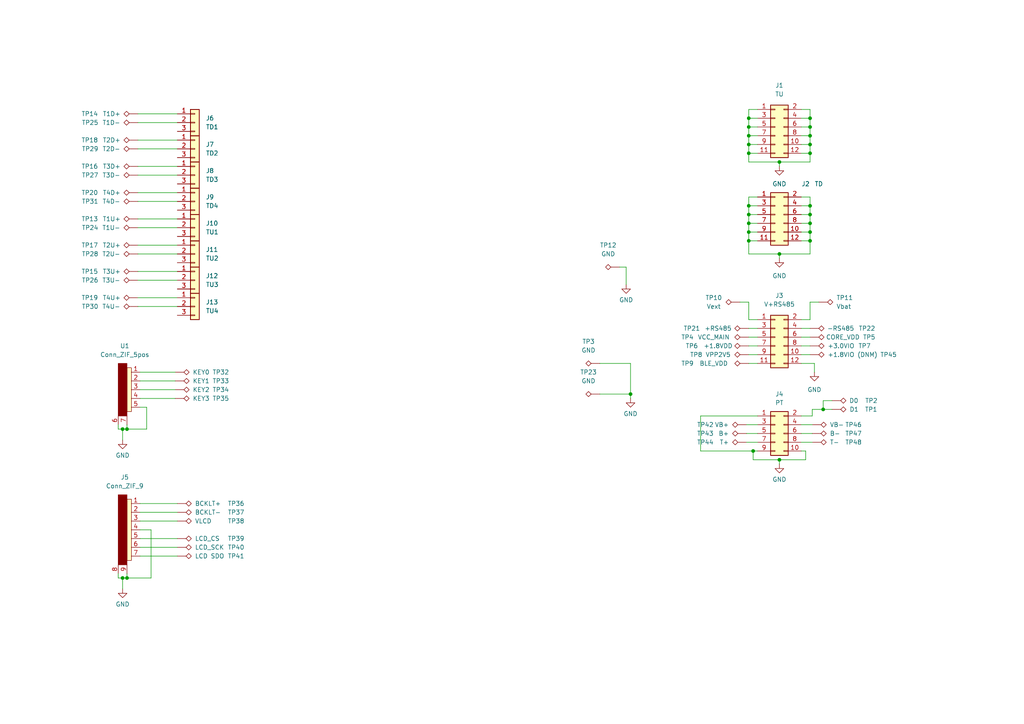
<source format=kicad_sch>
(kicad_sch (version 20211123) (generator eeschema)
  (paper "A4")
  (lib_symbols
    (symbol "Connector:TestPoint_Alt" (pin_numbers hide) (pin_names (offset 0.762) hide)
      (property "Reference" "TP" (at 0 6.858 0))
      (property "Value" "TestPoint_Alt" (at 0 5.08 0))
      (symbol "TestPoint_Alt_0_1"
        (polyline (pts (xy 0 2.54) (xy -0.762 3.302) (xy 0 4.064) (xy 0.762 3.302) (xy 0 2.54)))
      )
      (symbol "TestPoint_Alt_1_1"
        (pin passive line (at 0 0 90) (length 2.54) (name "1") (number "1"))
      )
    )
    (symbol "Connector_Generic:Conn_01x03" (pin_names (offset 1.016) hide)
      (property "Reference" "J" (at 0 5.08 0))
      (property "Value" "Conn_01x03" (at 0 -5.08 0))
      (symbol "Conn_01x03_1_1"
        (rectangle (start -1.27 -2.413) (end 0 -2.667) (stroke (width 0.1524)))
        (rectangle (start -1.27 0.127) (end 0 -0.127) (stroke (width 0.1524)))
        (rectangle (start -1.27 2.667) (end 0 2.413) (stroke (width 0.1524)))
        (rectangle (start -1.27 3.81) (end 1.27 -3.81) (stroke (width 0.254)) (fill (type background)))
        (pin passive line (at -5.08 2.54 0) (length 3.81) (name "Pin_1") (number "1"))
        (pin passive line (at -5.08 0 0) (length 3.81) (name "Pin_2") (number "2"))
        (pin passive line (at -5.08 -2.54 0) (length 3.81) (name "Pin_3") (number "3"))
      )
    )
    (symbol "Connector_Generic:Conn_02x05_Odd_Even" (pin_names (offset 1.016) hide)
      (property "Reference" "J" (at 1.27 7.62 0))
      (property "Value" "Conn_02x05_Odd_Even" (at 1.27 -7.62 0))
      (symbol "Conn_02x05_Odd_Even_1_1"
        (rectangle (start -1.27 -4.953) (end 0 -5.207) (stroke (width 0.1524)))
        (rectangle (start -1.27 -2.413) (end 0 -2.667) (stroke (width 0.1524)))
        (rectangle (start -1.27 0.127) (end 0 -0.127) (stroke (width 0.1524)))
        (rectangle (start -1.27 2.667) (end 0 2.413) (stroke (width 0.1524)))
        (rectangle (start -1.27 5.207) (end 0 4.953) (stroke (width 0.1524)))
        (rectangle (start -1.27 6.35) (end 3.81 -6.35) (stroke (width 0.254)) (fill (type background)))
        (rectangle (start 3.81 -4.953) (end 2.54 -5.207) (stroke (width 0.1524)))
        (rectangle (start 3.81 -2.413) (end 2.54 -2.667) (stroke (width 0.1524)))
        (rectangle (start 3.81 0.127) (end 2.54 -0.127) (stroke (width 0.1524)))
        (rectangle (start 3.81 2.667) (end 2.54 2.413) (stroke (width 0.1524)))
        (rectangle (start 3.81 5.207) (end 2.54 4.953) (stroke (width 0.1524)))
        (pin passive line (at -5.08 5.08 0) (length 3.81) (name "Pin_1") (number "1"))
        (pin passive line (at 7.62 -5.08 180) (length 3.81) (name "Pin_10") (number "10"))
        (pin passive line (at 7.62 5.08 180) (length 3.81) (name "Pin_2") (number "2"))
        (pin passive line (at -5.08 2.54 0) (length 3.81) (name "Pin_3") (number "3"))
        (pin passive line (at 7.62 2.54 180) (length 3.81) (name "Pin_4") (number "4"))
        (pin passive line (at -5.08 0 0) (length 3.81) (name "Pin_5") (number "5"))
        (pin passive line (at 7.62 0 180) (length 3.81) (name "Pin_6") (number "6"))
        (pin passive line (at -5.08 -2.54 0) (length 3.81) (name "Pin_7") (number "7"))
        (pin passive line (at 7.62 -2.54 180) (length 3.81) (name "Pin_8") (number "8"))
        (pin passive line (at -5.08 -5.08 0) (length 3.81) (name "Pin_9") (number "9"))
      )
    )
    (symbol "Connector_Generic:Conn_02x06_Odd_Even" (pin_names (offset 1.016) hide)
      (property "Reference" "J" (at 1.27 7.62 0))
      (property "Value" "Conn_02x06_Odd_Even" (at 1.27 -10.16 0))
      (symbol "Conn_02x06_Odd_Even_1_1"
        (rectangle (start -1.27 -7.493) (end 0 -7.747) (stroke (width 0.1524)))
        (rectangle (start -1.27 -4.953) (end 0 -5.207) (stroke (width 0.1524)))
        (rectangle (start -1.27 -2.413) (end 0 -2.667) (stroke (width 0.1524)))
        (rectangle (start -1.27 0.127) (end 0 -0.127) (stroke (width 0.1524)))
        (rectangle (start -1.27 2.667) (end 0 2.413) (stroke (width 0.1524)))
        (rectangle (start -1.27 5.207) (end 0 4.953) (stroke (width 0.1524)))
        (rectangle (start -1.27 6.35) (end 3.81 -8.89) (stroke (width 0.254)) (fill (type background)))
        (rectangle (start 3.81 -7.493) (end 2.54 -7.747) (stroke (width 0.1524)))
        (rectangle (start 3.81 -4.953) (end 2.54 -5.207) (stroke (width 0.1524)))
        (rectangle (start 3.81 -2.413) (end 2.54 -2.667) (stroke (width 0.1524)))
        (rectangle (start 3.81 0.127) (end 2.54 -0.127) (stroke (width 0.1524)))
        (rectangle (start 3.81 2.667) (end 2.54 2.413) (stroke (width 0.1524)))
        (rectangle (start 3.81 5.207) (end 2.54 4.953) (stroke (width 0.1524)))
        (pin passive line (at -5.08 5.08 0) (length 3.81) (name "Pin_1") (number "1"))
        (pin passive line (at 7.62 -5.08 180) (length 3.81) (name "Pin_10") (number "10"))
        (pin passive line (at -5.08 -7.62 0) (length 3.81) (name "Pin_11") (number "11"))
        (pin passive line (at 7.62 -7.62 180) (length 3.81) (name "Pin_12") (number "12"))
        (pin passive line (at 7.62 5.08 180) (length 3.81) (name "Pin_2") (number "2"))
        (pin passive line (at -5.08 2.54 0) (length 3.81) (name "Pin_3") (number "3"))
        (pin passive line (at 7.62 2.54 180) (length 3.81) (name "Pin_4") (number "4"))
        (pin passive line (at -5.08 0 0) (length 3.81) (name "Pin_5") (number "5"))
        (pin passive line (at 7.62 0 180) (length 3.81) (name "Pin_6") (number "6"))
        (pin passive line (at -5.08 -2.54 0) (length 3.81) (name "Pin_7") (number "7"))
        (pin passive line (at 7.62 -2.54 180) (length 3.81) (name "Pin_8") (number "8"))
        (pin passive line (at -5.08 -5.08 0) (length 3.81) (name "Pin_9") (number "9"))
      )
    )
    (symbol "MySymbols:Conn_ZIF_5pos"
      (property "Reference" "U" (at 3.81 -11.43 0))
      (property "Value" "Conn_ZIF_5pos" (at 10.16 -8.89 0))
      (symbol "Conn_ZIF_5pos_0_1"
        (rectangle (start -2.54 7.62) (end 0 -7.62) (fill (type outline)))
        (rectangle (start 0 6.35) (end 1.27 -6.35) (fill (type background)))
      )
      (symbol "Conn_ZIF_5pos_1_1"
        (pin input line (at 3.81 5.08 180) (length 2.54) (name "") (number "1"))
        (pin input line (at 3.81 2.54 180) (length 2.54) (name "") (number "2"))
        (pin input line (at 3.81 0 180) (length 2.54) (name "") (number "3"))
        (pin input line (at 3.81 -2.54 180) (length 2.54) (name "") (number "4"))
        (pin input line (at 3.81 -5.08 180) (length 2.54) (name "") (number "5"))
        (pin passive line (at -2.54 -10.16 90) (length 2.54) (name "") (number "6"))
        (pin passive line (at 0 -10.16 90) (length 2.54) (name "") (number "7"))
      )
    )
    (symbol "MySymbols:Conn_ZIF_9"
      (property "Reference" "J" (at 5.08 -13.97 0))
      (property "Value" "Conn_ZIF_9" (at 8.89 -17.78 0))
      (symbol "Conn_ZIF_9_0_1"
        (rectangle (start -1.27 10.16) (end 1.27 -10.16) (fill (type outline)))
        (rectangle (start 1.27 8.89) (end 2.54 -8.89) (fill (type background)))
      )
      (symbol "Conn_ZIF_9_1_1"
        (pin input line (at 5.08 7.62 180) (length 2.54) (name "") (number "1"))
        (pin input line (at 5.08 5.08 180) (length 2.54) (name "") (number "2"))
        (pin input line (at 5.08 2.54 180) (length 2.54) (name "") (number "3"))
        (pin input line (at 5.08 0 180) (length 2.54) (name "") (number "4"))
        (pin input line (at 5.08 -2.54 180) (length 2.54) (name "") (number "5"))
        (pin input line (at 5.08 -5.08 180) (length 2.54) (name "") (number "6"))
        (pin input line (at 5.08 -7.62 180) (length 2.54) (name "") (number "7"))
        (pin passive line (at -1.27 -12.7 90) (length 2.54) (name "") (number "8"))
        (pin passive line (at 1.27 -12.7 90) (length 2.54) (name "") (number "9"))
      )
    )
    (symbol "power:GND" (power) (pin_names (offset 0))
      (property "Value" "GND" (at 0 -3.81 0))
      (symbol "GND_0_1"
        (polyline (pts (xy 0 0) (xy 0 -1.27) (xy 1.27 -1.27) (xy 0 -2.54) (xy -1.27 -1.27) (xy 0 -1.27)))
      )
      (symbol "GND_1_1"
        (pin power_in line (at 0 0 270) (length 0) hide (name "GND") (number "1"))
      )
    )
  )
  (junction (at 234.95 64.77))
  (junction (at 234.95 44.45))
  (junction (at 234.95 67.31))
  (junction (at 217.17 69.85))
  (junction (at 226.06 133.35))
  (junction (at 217.17 62.23))
  (junction (at 226.06 73.66))
  (junction (at 35.56 124.46))
  (junction (at 217.17 44.45))
  (junction (at 36.83 167.64))
  (junction (at 36.83 124.46))
  (junction (at 218.44 130.81))
  (junction (at 234.95 62.23))
  (junction (at 182.88 114.3))
  (junction (at 238.76 118.745))
  (junction (at 217.17 59.69))
  (junction (at 35.56 167.64))
  (junction (at 217.17 36.83))
  (junction (at 217.17 34.29))
  (junction (at 234.95 59.69))
  (junction (at 217.17 39.37))
  (junction (at 217.17 41.91))
  (junction (at 234.95 41.91))
  (junction (at 234.95 69.85))
  (junction (at 217.17 67.31))
  (junction (at 226.06 46.99))
  (junction (at 234.95 39.37))
  (junction (at 217.17 64.77))
  (junction (at 234.95 36.83))
  (junction (at 234.95 34.29))
  (wire (pts (xy 226.06 73.66) (xy 234.95 73.66)))
  (wire (pts (xy 36.83 166.37) (xy 36.83 167.64)))
  (wire (pts (xy 219.71 59.69) (xy 217.17 59.69)))
  (wire (pts (xy 226.06 46.99) (xy 226.06 48.26)))
  (wire (pts (xy 219.71 44.45) (xy 217.17 44.45)))
  (wire (pts (xy 203.2 120.65) (xy 219.71 120.65)))
  (wire (pts (xy 217.17 62.23) (xy 217.17 64.77)))
  (wire (pts (xy 40.64 107.95) (xy 50.8 107.95)))
  (wire (pts (xy 234.95 87.63) (xy 237.49 87.63)))
  (wire (pts (xy 34.29 123.19) (xy 34.29 124.46)))
  (wire (pts (xy 179.705 77.47) (xy 181.61 77.47)))
  (wire (pts (xy 219.71 130.81) (xy 218.44 130.81)))
  (wire (pts (xy 234.95 44.45) (xy 232.41 44.45)))
  (wire (pts (xy 234.95 31.75) (xy 234.95 34.29)))
  (wire (pts (xy 217.17 36.83) (xy 217.17 39.37)))
  (wire (pts (xy 219.71 36.83) (xy 217.17 36.83)))
  (wire (pts (xy 43.815 167.64) (xy 36.83 167.64)))
  (wire (pts (xy 232.41 130.81) (xy 233.68 130.81)))
  (wire (pts (xy 173.99 105.41) (xy 182.88 105.41)))
  (wire (pts (xy 232.41 64.77) (xy 234.95 64.77)))
  (wire (pts (xy 40.005 50.8) (xy 51.435 50.8)))
  (wire (pts (xy 40.64 110.49) (xy 50.8 110.49)))
  (wire (pts (xy 42.545 124.46) (xy 36.83 124.46)))
  (wire (pts (xy 234.95 57.15) (xy 234.95 59.69)))
  (wire (pts (xy 232.41 62.23) (xy 234.95 62.23)))
  (wire (pts (xy 232.41 92.71) (xy 234.95 92.71)))
  (wire (pts (xy 236.22 105.41) (xy 232.41 105.41)))
  (wire (pts (xy 217.17 64.77) (xy 217.17 67.31)))
  (wire (pts (xy 40.64 115.57) (xy 50.8 115.57)))
  (wire (pts (xy 234.95 69.85) (xy 232.41 69.85)))
  (wire (pts (xy 217.17 92.71) (xy 219.71 92.71)))
  (wire (pts (xy 218.44 130.81) (xy 203.2 130.81)))
  (wire (pts (xy 40.005 63.5) (xy 51.435 63.5)))
  (wire (pts (xy 43.815 153.67) (xy 43.815 167.64)))
  (wire (pts (xy 42.545 118.11) (xy 42.545 124.46)))
  (wire (pts (xy 232.41 57.15) (xy 234.95 57.15)))
  (wire (pts (xy 234.95 64.77) (xy 234.95 67.31)))
  (wire (pts (xy 219.71 39.37) (xy 217.17 39.37)))
  (wire (pts (xy 217.17 97.79) (xy 219.71 97.79)))
  (wire (pts (xy 234.95 92.71) (xy 234.95 87.63)))
  (wire (pts (xy 234.95 39.37) (xy 234.95 41.91)))
  (wire (pts (xy 232.41 128.27) (xy 235.585 128.27)))
  (wire (pts (xy 35.56 170.815) (xy 35.56 167.64)))
  (wire (pts (xy 217.17 100.33) (xy 219.71 100.33)))
  (wire (pts (xy 34.29 167.64) (xy 35.56 167.64)))
  (wire (pts (xy 218.44 130.81) (xy 218.44 133.35)))
  (wire (pts (xy 203.2 130.81) (xy 203.2 120.65)))
  (wire (pts (xy 40.64 156.21) (xy 51.435 156.21)))
  (wire (pts (xy 241.3 116.205) (xy 238.76 116.205)))
  (wire (pts (xy 234.95 67.31) (xy 234.95 69.85)))
  (wire (pts (xy 217.17 102.87) (xy 219.71 102.87)))
  (wire (pts (xy 232.41 102.87) (xy 234.95 102.87)))
  (wire (pts (xy 216.535 125.73) (xy 219.71 125.73)))
  (wire (pts (xy 217.17 105.41) (xy 219.71 105.41)))
  (wire (pts (xy 40.64 148.59) (xy 51.435 148.59)))
  (wire (pts (xy 35.56 127.635) (xy 35.56 124.46)))
  (wire (pts (xy 217.17 87.63) (xy 217.17 92.71)))
  (wire (pts (xy 232.41 31.75) (xy 234.95 31.75)))
  (wire (pts (xy 40.64 153.67) (xy 43.815 153.67)))
  (wire (pts (xy 217.17 73.66) (xy 226.06 73.66)))
  (wire (pts (xy 40.005 40.64) (xy 51.435 40.64)))
  (wire (pts (xy 232.41 125.73) (xy 235.585 125.73)))
  (wire (pts (xy 182.88 114.3) (xy 182.88 115.57)))
  (wire (pts (xy 226.06 73.66) (xy 226.06 74.93)))
  (wire (pts (xy 40.64 113.03) (xy 50.8 113.03)))
  (wire (pts (xy 40.005 43.18) (xy 51.435 43.18)))
  (wire (pts (xy 34.29 124.46) (xy 35.56 124.46)))
  (wire (pts (xy 40.64 118.11) (xy 42.545 118.11)))
  (wire (pts (xy 173.99 114.3) (xy 182.88 114.3)))
  (wire (pts (xy 217.17 59.69) (xy 217.17 62.23)))
  (wire (pts (xy 235.585 120.65) (xy 235.585 118.745)))
  (wire (pts (xy 40.64 158.75) (xy 51.435 158.75)))
  (wire (pts (xy 234.95 46.99) (xy 234.95 44.45)))
  (wire (pts (xy 217.17 41.91) (xy 217.17 44.45)))
  (wire (pts (xy 232.41 41.91) (xy 234.95 41.91)))
  (wire (pts (xy 34.29 166.37) (xy 34.29 167.64)))
  (wire (pts (xy 234.95 41.91) (xy 234.95 44.45)))
  (wire (pts (xy 235.585 118.745) (xy 238.76 118.745)))
  (wire (pts (xy 217.17 69.85) (xy 217.17 73.66)))
  (wire (pts (xy 217.17 31.75) (xy 219.71 31.75)))
  (wire (pts (xy 226.06 46.99) (xy 234.95 46.99)))
  (wire (pts (xy 232.41 36.83) (xy 234.95 36.83)))
  (wire (pts (xy 234.95 36.83) (xy 234.95 39.37)))
  (wire (pts (xy 232.41 123.19) (xy 235.585 123.19)))
  (wire (pts (xy 40.64 161.29) (xy 51.435 161.29)))
  (wire (pts (xy 40.005 35.56) (xy 51.435 35.56)))
  (wire (pts (xy 217.17 95.25) (xy 219.71 95.25)))
  (wire (pts (xy 232.41 100.33) (xy 234.95 100.33)))
  (wire (pts (xy 232.41 39.37) (xy 234.95 39.37)))
  (wire (pts (xy 35.56 124.46) (xy 36.83 124.46)))
  (wire (pts (xy 217.17 67.31) (xy 217.17 69.85)))
  (wire (pts (xy 218.44 133.35) (xy 226.06 133.35)))
  (wire (pts (xy 36.83 123.19) (xy 36.83 124.46)))
  (wire (pts (xy 40.005 78.74) (xy 51.435 78.74)))
  (wire (pts (xy 234.95 34.29) (xy 234.95 36.83)))
  (wire (pts (xy 232.41 67.31) (xy 234.95 67.31)))
  (wire (pts (xy 238.76 118.745) (xy 241.3 118.745)))
  (wire (pts (xy 232.41 95.25) (xy 234.95 95.25)))
  (wire (pts (xy 217.17 31.75) (xy 217.17 34.29)))
  (wire (pts (xy 40.005 55.88) (xy 51.435 55.88)))
  (wire (pts (xy 219.71 64.77) (xy 217.17 64.77)))
  (wire (pts (xy 226.06 133.35) (xy 226.06 134.62)))
  (wire (pts (xy 219.71 67.31) (xy 217.17 67.31)))
  (wire (pts (xy 217.17 44.45) (xy 217.17 46.99)))
  (wire (pts (xy 40.005 86.36) (xy 51.435 86.36)))
  (wire (pts (xy 40.005 58.42) (xy 51.435 58.42)))
  (wire (pts (xy 234.95 62.23) (xy 234.95 64.77)))
  (wire (pts (xy 232.41 97.79) (xy 234.95 97.79)))
  (wire (pts (xy 236.22 107.95) (xy 236.22 105.41)))
  (wire (pts (xy 216.535 123.19) (xy 219.71 123.19)))
  (wire (pts (xy 233.68 133.35) (xy 233.68 130.81)))
  (wire (pts (xy 40.64 146.05) (xy 51.435 146.05)))
  (wire (pts (xy 232.41 120.65) (xy 235.585 120.65)))
  (wire (pts (xy 217.17 46.99) (xy 226.06 46.99)))
  (wire (pts (xy 40.005 73.66) (xy 51.435 73.66)))
  (wire (pts (xy 40.005 66.04) (xy 51.435 66.04)))
  (wire (pts (xy 219.71 41.91) (xy 217.17 41.91)))
  (wire (pts (xy 40.005 81.28) (xy 51.435 81.28)))
  (wire (pts (xy 219.71 69.85) (xy 217.17 69.85)))
  (wire (pts (xy 35.56 167.64) (xy 36.83 167.64)))
  (wire (pts (xy 181.61 77.47) (xy 181.61 82.55)))
  (wire (pts (xy 217.17 39.37) (xy 217.17 41.91)))
  (wire (pts (xy 234.95 59.69) (xy 234.95 62.23)))
  (wire (pts (xy 214.63 87.63) (xy 217.17 87.63)))
  (wire (pts (xy 40.005 48.26) (xy 51.435 48.26)))
  (wire (pts (xy 219.71 62.23) (xy 217.17 62.23)))
  (wire (pts (xy 40.005 33.02) (xy 51.435 33.02)))
  (wire (pts (xy 219.71 34.29) (xy 217.17 34.29)))
  (wire (pts (xy 232.41 34.29) (xy 234.95 34.29)))
  (wire (pts (xy 217.17 57.15) (xy 219.71 57.15)))
  (wire (pts (xy 232.41 59.69) (xy 234.95 59.69)))
  (wire (pts (xy 40.005 88.9) (xy 51.435 88.9)))
  (wire (pts (xy 216.535 128.27) (xy 219.71 128.27)))
  (wire (pts (xy 234.95 73.66) (xy 234.95 69.85)))
  (wire (pts (xy 226.06 133.35) (xy 233.68 133.35)))
  (wire (pts (xy 182.88 105.41) (xy 182.88 114.3)))
  (wire (pts (xy 217.17 57.15) (xy 217.17 59.69)))
  (wire (pts (xy 40.64 151.13) (xy 51.435 151.13)))
  (wire (pts (xy 217.17 34.29) (xy 217.17 36.83)))
  (wire (pts (xy 238.76 116.205) (xy 238.76 118.745)))
  (wire (pts (xy 40.005 71.12) (xy 51.435 71.12)))
  (symbol (lib_id "Connector:TestPoint_Alt") (at 217.17 95.25 90) (unit 1)
    (property "Reference" "TP21" (at 200.66 95.25 90))
    (property "Value" "+RS485" (at 208.28 95.25 90))
    (property "Footprint" "MyFootprints:KS-075-47-G-10_KS-07547G10" (effects hide))
  )
  (symbol (lib_id "Connector_Generic:Conn_02x06_Odd_Even") (at 224.79 97.79 0) (unit 1)
    (property "Reference" "J3" (at 226.06 85.725 0))
    (property "Value" "V+RS485" (at 226.06 88.265 0))
    (property "Footprint" "Connector_PinHeader_2.54mm:PinHeader_2x06_P2.54mm_Vertical" (effects hide))
  )
  (symbol (lib_id "Connector:TestPoint_Alt") (at 216.535 123.19 90) (unit 1)
    (property "Reference" "TP42" (at 207.01 123.19 90) (effects (justify left)))
    (property "Value" "VB+" (at 211.455 123.19 90) (effects (justify left)))
    (property "Footprint" "MyFootprints:KS-075-47-G-10_KS-07547G10" (effects hide))
  )
  (symbol (lib_id "power:GND") (at 236.22 107.95 0) (unit 1)
    (property "Reference" "#PWR0105" (effects hide))
    (property "Value" "GND" (at 236.22 113.03 0))
  )
  (symbol (lib_id "Connector_Generic:Conn_01x03") (at 56.515 88.9 0) (unit 1)
    (property "Reference" "J13" (at 59.69 87.6299 0) (effects (justify left)))
    (property "Value" "TU4" (at 59.69 90.1699 0) (effects (justify left)))
    (property "Footprint" "MyFootprints:Molex_55487-0319_LPMTRANS" (effects hide))
  )
  (symbol (lib_id "Connector:TestPoint_Alt") (at 40.005 66.04 90) (mirror x) (unit 1)
    (property "Reference" "TP24" (at 28.575 66.04 90) (effects (justify left)))
    (property "Value" "T1U-" (at 34.925 66.04 90) (effects (justify left)))
    (property "Footprint" "MyFootprints:KS-075-47-G-10_KS-07547G10" (effects hide))
  )
  (symbol (lib_id "Connector:TestPoint_Alt") (at 217.17 102.87 90) (unit 1)
    (property "Reference" "TP8" (at 201.93 102.87 90))
    (property "Value" "VPP2V5" (at 208.28 102.87 90))
    (property "Footprint" "MyFootprints:KS-075-47-G-10_KS-07547G10" (effects hide))
  )
  (symbol (lib_id "Connector:TestPoint_Alt") (at 241.3 118.745 270) (unit 1)
    (property "Reference" "TP1" (at 250.825 118.745 90) (effects (justify left)))
    (property "Value" "D1" (at 246.38 118.745 90) (effects (justify left)))
    (property "Footprint" "MyFootprints:KS-075-47-G-10_KS-07547G10" (effects hide))
  )
  (symbol (lib_id "MySymbols:Conn_ZIF_5pos") (at 36.83 113.03 0) (unit 1)
    (property "Reference" "U1" (at 36.195 100.33 0))
    (property "Value" "Conn_ZIF_5pos" (at 36.195 102.87 0))
    (property "Footprint" "MyFootprints:Conn_ZIF_5pos" (effects hide))
  )
  (symbol (lib_id "Connector:TestPoint_Alt") (at 51.435 146.05 270) (unit 1)
    (property "Reference" "TP36" (at 66.04 146.05 90) (effects (justify left)))
    (property "Value" "BCKLT+" (at 56.515 146.05 90) (effects (justify left)))
    (property "Footprint" "MyFootprints:KS-075-47-G-10_KS-07547G10" (effects hide))
  )
  (symbol (lib_id "power:GND") (at 181.61 82.55 0) (unit 1)
    (property "Reference" "#PWR0102" (effects hide))
    (property "Value" "GND" (at 181.61 86.995 0))
  )
  (symbol (lib_id "Connector:TestPoint_Alt") (at 173.99 105.41 90) (unit 1)
    (property "Reference" "TP3" (at 170.688 99.06 90))
    (property "Value" "GND" (at 170.688 101.6 90))
    (property "Footprint" "MyFootprints:KS-075-47-G-10_KS-07547G10" (effects hide))
  )
  (symbol (lib_id "Connector_Generic:Conn_01x03") (at 56.515 66.04 0) (unit 1)
    (property "Reference" "J10" (at 59.69 64.7699 0) (effects (justify left)))
    (property "Value" "TU1" (at 59.69 67.3099 0) (effects (justify left)))
    (property "Footprint" "MyFootprints:Molex_55487-0319_LPMTRANS" (effects hide))
  )
  (symbol (lib_id "Connector_Generic:Conn_02x06_Odd_Even") (at 224.79 36.83 0) (unit 1)
    (property "Reference" "J1" (at 226.06 24.765 0))
    (property "Value" "TU" (at 226.06 27.305 0))
    (property "Footprint" "Connector_PinHeader_2.54mm:PinHeader_2x06_P2.54mm_Vertical" (effects hide))
  )
  (symbol (lib_id "power:GND") (at 226.06 48.26 0) (unit 1)
    (property "Reference" "#PWR0101" (effects hide))
    (property "Value" "GND" (at 226.06 53.34 0))
  )
  (symbol (lib_id "Connector:TestPoint_Alt") (at 40.005 40.64 90) (unit 1)
    (property "Reference" "TP18" (at 26.035 40.64 90))
    (property "Value" "T2D+" (at 32.385 40.64 90))
    (property "Footprint" "MyFootprints:KS-075-47-G-10_KS-07547G10" (effects hide))
  )
  (symbol (lib_id "Connector:TestPoint_Alt") (at 51.435 158.75 270) (unit 1)
    (property "Reference" "TP40" (at 66.04 158.75 90) (effects (justify left)))
    (property "Value" "LCD_SCK" (at 56.515 158.75 90) (effects (justify left)))
    (property "Footprint" "MyFootprints:KS-075-47-G-10_KS-07547G10" (effects hide))
  )
  (symbol (lib_id "Connector:TestPoint_Alt") (at 40.005 55.88 90) (unit 1)
    (property "Reference" "TP20" (at 26.035 55.88 90))
    (property "Value" "T4D+" (at 32.385 55.88 90))
    (property "Footprint" "MyFootprints:KS-075-47-G-10_KS-07547G10" (effects hide))
  )
  (symbol (lib_id "Connector:TestPoint_Alt") (at 241.3 116.205 270) (unit 1)
    (property "Reference" "TP2" (at 252.73 116.205 90))
    (property "Value" "D0" (at 247.65 116.205 90))
    (property "Footprint" "MyFootprints:KS-075-47-G-10_KS-07547G10" (effects hide))
  )
  (symbol (lib_id "Connector:TestPoint_Alt") (at 235.585 125.73 270) (unit 1)
    (property "Reference" "TP47" (at 245.11 125.73 90) (effects (justify left)))
    (property "Value" "B-" (at 240.665 125.73 90) (effects (justify left)))
    (property "Footprint" "MyFootprints:KS-075-47-G-10_KS-07547G10" (effects hide))
  )
  (symbol (lib_id "Connector:TestPoint_Alt") (at 40.005 73.66 90) (mirror x) (unit 1)
    (property "Reference" "TP28" (at 28.575 73.66 90) (effects (justify left)))
    (property "Value" "T2U-" (at 34.925 73.66 90) (effects (justify left)))
    (property "Footprint" "MyFootprints:KS-075-47-G-10_KS-07547G10" (effects hide))
  )
  (symbol (lib_id "Connector:TestPoint_Alt") (at 50.8 110.49 270) (unit 1)
    (property "Reference" "TP33" (at 61.595 110.49 90) (effects (justify left)))
    (property "Value" "KEY1" (at 55.88 110.49 90) (effects (justify left)))
    (property "Footprint" "MyFootprints:KS-075-47-G-10_KS-07547G10" (effects hide))
  )
  (symbol (lib_id "Connector_Generic:Conn_02x06_Odd_Even") (at 224.79 62.23 0) (unit 1)
    (property "Reference" "J2" (at 233.68 53.34 0))
    (property "Value" "TD" (at 237.49 53.34 0))
    (property "Footprint" "Connector_PinHeader_2.54mm:PinHeader_2x06_P2.54mm_Vertical" (effects hide))
  )
  (symbol (lib_id "Connector:TestPoint_Alt") (at 234.95 100.33 270) (unit 1)
    (property "Reference" "TP7" (at 248.92 100.33 90) (effects (justify left)))
    (property "Value" "+3.0VIO" (at 240.03 100.33 90) (effects (justify left)))
    (property "Footprint" "MyFootprints:KS-075-47-G-10_KS-07547G10" (effects hide))
  )
  (symbol (lib_id "Connector:TestPoint_Alt") (at 237.49 87.63 270) (unit 1)
    (property "Reference" "TP11" (at 242.57 86.3599 90) (effects (justify left)))
    (property "Value" "Vbat" (at 242.57 88.8999 90) (effects (justify left)))
    (property "Footprint" "MyFootprints:KS-075-47-G-10_KS-07547G10" (effects hide))
  )
  (symbol (lib_id "Connector:TestPoint_Alt") (at 40.005 81.28 90) (mirror x) (unit 1)
    (property "Reference" "TP26" (at 28.575 81.28 90) (effects (justify left)))
    (property "Value" "T3U-" (at 34.925 81.28 90) (effects (justify left)))
    (property "Footprint" "MyFootprints:KS-075-47-G-10_KS-07547G10" (effects hide))
  )
  (symbol (lib_id "Connector:TestPoint_Alt") (at 173.99 114.3 90) (unit 1)
    (property "Reference" "TP23" (at 170.688 107.95 90))
    (property "Value" "GND" (at 170.688 110.49 90))
    (property "Footprint" "MyFootprints:KS-075-47-G-10_KS-07547G10" (effects hide))
  )
  (symbol (lib_id "Connector:TestPoint_Alt") (at 40.005 50.8 90) (mirror x) (unit 1)
    (property "Reference" "TP27" (at 28.575 50.8 90) (effects (justify left)))
    (property "Value" "T3D-" (at 34.925 50.8 90) (effects (justify left)))
    (property "Footprint" "MyFootprints:KS-075-47-G-10_KS-07547G10" (effects hide))
  )
  (symbol (lib_id "Connector:TestPoint_Alt") (at 40.005 78.74 90) (unit 1)
    (property "Reference" "TP15" (at 26.035 78.74 90))
    (property "Value" "T3U+" (at 32.385 78.74 90))
    (property "Footprint" "MyFootprints:KS-075-47-G-10_KS-07547G10" (effects hide))
  )
  (symbol (lib_id "Connector:TestPoint_Alt") (at 216.535 128.27 90) (unit 1)
    (property "Reference" "TP44" (at 207.01 128.27 90) (effects (justify left)))
    (property "Value" "T+" (at 211.455 128.27 90) (effects (justify left)))
    (property "Footprint" "MyFootprints:KS-075-47-G-10_KS-07547G10" (effects hide))
  )
  (symbol (lib_id "Connector:TestPoint_Alt") (at 217.17 105.41 90) (unit 1)
    (property "Reference" "TP9" (at 199.39 105.41 90))
    (property "Value" "BLE_VDD" (at 207.01 105.41 90))
    (property "Footprint" "MyFootprints:KS-075-47-G-10_KS-07547G10" (effects hide))
  )
  (symbol (lib_id "Connector:TestPoint_Alt") (at 40.005 88.9 90) (mirror x) (unit 1)
    (property "Reference" "TP30" (at 28.575 88.9 90) (effects (justify left)))
    (property "Value" "T4U-" (at 34.925 88.9 90) (effects (justify left)))
    (property "Footprint" "MyFootprints:KS-075-47-G-10_KS-07547G10" (effects hide))
  )
  (symbol (lib_id "Connector_Generic:Conn_01x03") (at 56.515 50.8 0) (unit 1)
    (property "Reference" "J8" (at 59.69 49.5299 0) (effects (justify left)))
    (property "Value" "TD3" (at 59.69 52.0699 0) (effects (justify left)))
    (property "Footprint" "MyFootprints:Molex_55487-0319_LPMTRANS" (effects hide))
  )
  (symbol (lib_id "Connector:TestPoint_Alt") (at 235.585 128.27 270) (unit 1)
    (property "Reference" "TP48" (at 245.11 128.27 90) (effects (justify left)))
    (property "Value" "T-" (at 240.665 128.27 90) (effects (justify left)))
    (property "Footprint" "MyFootprints:KS-075-47-G-10_KS-07547G10" (effects hide))
  )
  (symbol (lib_id "Connector_Generic:Conn_02x05_Odd_Even") (at 224.79 125.73 0) (unit 1)
    (property "Reference" "J4" (at 226.06 114.3 0))
    (property "Value" "PT" (at 226.06 116.84 0))
    (property "Footprint" "Connector_PinHeader_2.54mm:PinHeader_2x05_P2.54mm_Vertical" (effects hide))
  )
  (symbol (lib_id "Connector:TestPoint_Alt") (at 40.005 35.56 90) (mirror x) (unit 1)
    (property "Reference" "TP25" (at 28.575 35.56 90) (effects (justify left)))
    (property "Value" "T1D-" (at 34.925 35.56 90) (effects (justify left)))
    (property "Footprint" "MyFootprints:KS-075-47-G-10_KS-07547G10" (effects hide))
  )
  (symbol (lib_id "Connector:TestPoint_Alt") (at 50.8 115.57 270) (unit 1)
    (property "Reference" "TP35" (at 61.595 115.57 90) (effects (justify left)))
    (property "Value" "KEY3" (at 55.88 115.57 90) (effects (justify left)))
    (property "Footprint" "MyFootprints:KS-075-47-G-10_KS-07547G10" (effects hide))
  )
  (symbol (lib_id "Connector:TestPoint_Alt") (at 51.435 161.29 270) (unit 1)
    (property "Reference" "TP41" (at 66.04 161.29 90) (effects (justify left)))
    (property "Value" "LCD SDO" (at 56.515 161.29 90) (effects (justify left)))
    (property "Footprint" "MyFootprints:KS-075-47-G-10_KS-07547G10" (effects hide))
  )
  (symbol (lib_id "Connector:TestPoint_Alt") (at 217.17 100.33 90) (unit 1)
    (property "Reference" "TP6" (at 200.66 100.33 90))
    (property "Value" "+1.8VDD" (at 208.28 100.33 90))
    (property "Footprint" "MyFootprints:KS-075-47-G-10_KS-07547G10" (effects hide))
  )
  (symbol (lib_id "Connector:TestPoint_Alt") (at 234.95 102.87 270) (unit 1)
    (property "Reference" "TP45" (at 255.27 102.87 90) (effects (justify left)))
    (property "Value" "+1.8VIO (DNM)" (at 240.03 102.87 90) (effects (justify left)))
    (property "Footprint" "MyFootprints:KS-075-47-G-10_KS-07547G10" (effects hide))
  )
  (symbol (lib_id "Connector:TestPoint_Alt") (at 234.95 97.79 270) (unit 1)
    (property "Reference" "TP5" (at 252.095 97.79 90))
    (property "Value" "CORE_VDD" (at 244.475 97.79 90))
    (property "Footprint" "MyFootprints:KS-075-47-G-10_KS-07547G10" (effects hide))
  )
  (symbol (lib_id "power:GND") (at 35.56 127.635 0) (unit 1)
    (property "Reference" "#PWR0107" (effects hide))
    (property "Value" "GND" (at 35.56 132.08 0))
  )
  (symbol (lib_id "Connector:TestPoint_Alt") (at 40.005 71.12 90) (unit 1)
    (property "Reference" "TP17" (at 26.035 71.12 90))
    (property "Value" "T2U+" (at 32.385 71.12 90))
    (property "Footprint" "MyFootprints:KS-075-47-G-10_KS-07547G10" (effects hide))
  )
  (symbol (lib_id "Connector:TestPoint_Alt") (at 50.8 113.03 270) (unit 1)
    (property "Reference" "TP34" (at 61.595 113.03 90) (effects (justify left)))
    (property "Value" "KEY2" (at 55.88 113.03 90) (effects (justify left)))
    (property "Footprint" "MyFootprints:KS-075-47-G-10_KS-07547G10" (effects hide))
  )
  (symbol (lib_id "power:GND") (at 35.56 170.815 0) (unit 1)
    (property "Reference" "#PWR0108" (effects hide))
    (property "Value" "GND" (at 35.56 175.26 0))
  )
  (symbol (lib_id "Connector:TestPoint_Alt") (at 216.535 125.73 90) (unit 1)
    (property "Reference" "TP43" (at 207.01 125.73 90) (effects (justify left)))
    (property "Value" "B+" (at 211.455 125.73 90) (effects (justify left)))
    (property "Footprint" "MyFootprints:KS-075-47-G-10_KS-07547G10" (effects hide))
  )
  (symbol (lib_id "Connector:TestPoint_Alt") (at 40.005 86.36 90) (unit 1)
    (property "Reference" "TP19" (at 26.035 86.36 90))
    (property "Value" "T4U+" (at 32.385 86.36 90))
    (property "Footprint" "MyFootprints:KS-075-47-G-10_KS-07547G10" (effects hide))
  )
  (symbol (lib_id "Connector_Generic:Conn_01x03") (at 56.515 43.18 0) (unit 1)
    (property "Reference" "J7" (at 59.69 41.9099 0) (effects (justify left)))
    (property "Value" "TD2" (at 59.69 44.4499 0) (effects (justify left)))
    (property "Footprint" "MyFootprints:Molex_55487-0319_LPMTRANS" (effects hide))
  )
  (symbol (lib_id "Connector:TestPoint_Alt") (at 51.435 156.21 270) (unit 1)
    (property "Reference" "TP39" (at 66.04 156.21 90) (effects (justify left)))
    (property "Value" "LCD_CS" (at 56.515 156.21 90) (effects (justify left)))
    (property "Footprint" "MyFootprints:KS-075-47-G-10_KS-07547G10" (effects hide))
  )
  (symbol (lib_id "Connector:TestPoint_Alt") (at 51.435 151.13 270) (unit 1)
    (property "Reference" "TP38" (at 66.04 151.13 90) (effects (justify left)))
    (property "Value" "VLCD" (at 56.515 151.13 90) (effects (justify left)))
    (property "Footprint" "MyFootprints:KS-075-47-G-10_KS-07547G10" (effects hide))
  )
  (symbol (lib_id "Connector_Generic:Conn_01x03") (at 56.515 58.42 0) (unit 1)
    (property "Reference" "J9" (at 59.69 57.1499 0) (effects (justify left)))
    (property "Value" "TD4" (at 59.69 59.6899 0) (effects (justify left)))
    (property "Footprint" "MyFootprints:Molex_55487-0319_LPMTRANS" (effects hide))
  )
  (symbol (lib_id "Connector:TestPoint_Alt") (at 40.005 63.5 90) (unit 1)
    (property "Reference" "TP13" (at 26.035 63.5 90))
    (property "Value" "T1U+" (at 32.385 63.5 90))
    (property "Footprint" "MyFootprints:KS-075-47-G-10_KS-07547G10" (effects hide))
  )
  (symbol (lib_id "Connector:TestPoint_Alt") (at 40.005 48.26 90) (unit 1)
    (property "Reference" "TP16" (at 26.035 48.26 90))
    (property "Value" "T3D+" (at 32.385 48.26 90))
    (property "Footprint" "MyFootprints:KS-075-47-G-10_KS-07547G10" (effects hide))
  )
  (symbol (lib_id "Connector:TestPoint_Alt") (at 217.17 97.79 90) (unit 1)
    (property "Reference" "TP4" (at 199.39 97.79 90))
    (property "Value" "VCC_MAIN" (at 207.01 97.79 90))
    (property "Footprint" "MyFootprints:KS-075-47-G-10_KS-07547G10" (effects hide))
  )
  (symbol (lib_id "Connector:TestPoint_Alt") (at 40.005 43.18 90) (mirror x) (unit 1)
    (property "Reference" "TP29" (at 28.575 43.18 90) (effects (justify left)))
    (property "Value" "T2D-" (at 34.925 43.18 90) (effects (justify left)))
    (property "Footprint" "MyFootprints:KS-075-47-G-10_KS-07547G10" (effects hide))
  )
  (symbol (lib_id "Connector:TestPoint_Alt") (at 214.63 87.63 90) (unit 1)
    (property "Reference" "TP10" (at 207.01 86.36 90))
    (property "Value" "Vext" (at 207.01 88.9 90))
    (property "Footprint" "MyFootprints:KS-075-47-G-10_KS-07547G10" (effects hide))
  )
  (symbol (lib_id "Connector:TestPoint_Alt") (at 179.705 77.47 90) (unit 1)
    (property "Reference" "TP12" (at 176.403 71.12 90))
    (property "Value" "GND" (at 176.403 73.66 90))
    (property "Footprint" "MyFootprints:KS-075-47-G-10_KS-07547G10" (effects hide))
  )
  (symbol (lib_id "MySymbols:Conn_ZIF_9") (at 35.56 153.67 0) (unit 1)
    (property "Reference" "J5" (at 36.195 138.43 0))
    (property "Value" "Conn_ZIF_9" (at 36.195 140.97 0))
    (property "Footprint" "MyFootprints:Conn_ZIF_7pos" (effects hide))
  )
  (symbol (lib_id "Connector:TestPoint_Alt") (at 50.8 107.95 270) (unit 1)
    (property "Reference" "TP32" (at 61.595 107.95 90) (effects (justify left)))
    (property "Value" "KEY0" (at 55.88 107.95 90) (effects (justify left)))
    (property "Footprint" "MyFootprints:KS-075-47-G-10_KS-07547G10" (effects hide))
  )
  (symbol (lib_id "Connector_Generic:Conn_01x03") (at 56.515 35.56 0) (unit 1)
    (property "Reference" "J6" (at 59.69 34.2899 0) (effects (justify left)))
    (property "Value" "TD1" (at 59.69 36.8299 0) (effects (justify left)))
    (property "Footprint" "MyFootprints:Molex_55487-0319_LPMTRANS" (effects hide))
  )
  (symbol (lib_id "Connector:TestPoint_Alt") (at 40.005 58.42 90) (mirror x) (unit 1)
    (property "Reference" "TP31" (at 28.575 58.42 90) (effects (justify left)))
    (property "Value" "T4D-" (at 34.925 58.42 90) (effects (justify left)))
    (property "Footprint" "MyFootprints:KS-075-47-G-10_KS-07547G10" (effects hide))
  )
  (symbol (lib_id "power:GND") (at 226.06 74.93 0) (unit 1)
    (property "Reference" "#PWR0103" (effects hide))
    (property "Value" "GND" (at 226.06 80.01 0))
  )
  (symbol (lib_id "Connector_Generic:Conn_01x03") (at 56.515 73.66 0) (unit 1)
    (property "Reference" "J11" (at 59.69 72.3899 0) (effects (justify left)))
    (property "Value" "TU2" (at 59.69 74.9299 0) (effects (justify left)))
    (property "Footprint" "MyFootprints:Molex_55487-0319_LPMTRANS" (effects hide))
  )
  (symbol (lib_id "Connector_Generic:Conn_01x03") (at 56.515 81.28 0) (unit 1)
    (property "Reference" "J12" (at 59.69 80.0099 0) (effects (justify left)))
    (property "Value" "TU3" (at 59.69 82.5499 0) (effects (justify left)))
    (property "Footprint" "MyFootprints:Molex_55487-0319_LPMTRANS" (effects hide))
  )
  (symbol (lib_id "Connector:TestPoint_Alt") (at 40.005 33.02 90) (unit 1)
    (property "Reference" "TP14" (at 26.035 33.02 90))
    (property "Value" "T1D+" (at 32.385 33.02 90))
    (property "Footprint" "MyFootprints:KS-075-47-G-10_KS-07547G10" (effects hide))
  )
  (symbol (lib_id "Connector:TestPoint_Alt") (at 234.95 95.25 270) (unit 1)
    (property "Reference" "TP22" (at 251.46 95.25 90))
    (property "Value" "-RS485" (at 243.84 95.25 90))
    (property "Footprint" "MyFootprints:KS-075-47-G-10_KS-07547G10" (effects hide))
  )
  (symbol (lib_id "Connector:TestPoint_Alt") (at 235.585 123.19 270) (unit 1)
    (property "Reference" "TP46" (at 245.11 123.19 90) (effects (justify left)))
    (property "Value" "VB-" (at 240.665 123.19 90) (effects (justify left)))
    (property "Footprint" "MyFootprints:KS-075-47-G-10_KS-07547G10" (effects hide))
  )
  (symbol (lib_id "power:GND") (at 226.06 134.62 0) (unit 1)
    (property "Reference" "#PWR0106" (effects hide))
    (property "Value" "GND" (at 226.06 139.065 0))
  )
  (symbol (lib_id "Connector:TestPoint_Alt") (at 51.435 148.59 270) (unit 1)
    (property "Reference" "TP37" (at 66.04 148.59 90) (effects (justify left)))
    (property "Value" "BCKLT-" (at 56.515 148.59 90) (effects (justify left)))
    (property "Footprint" "MyFootprints:KS-075-47-G-10_KS-07547G10" (effects hide))
  )
  (symbol (lib_id "power:GND") (at 182.88 115.57 0) (unit 1)
    (property "Reference" "#PWR0104" (effects hide))
    (property "Value" "GND" (at 182.88 120.015 0))
  )
)
</source>
